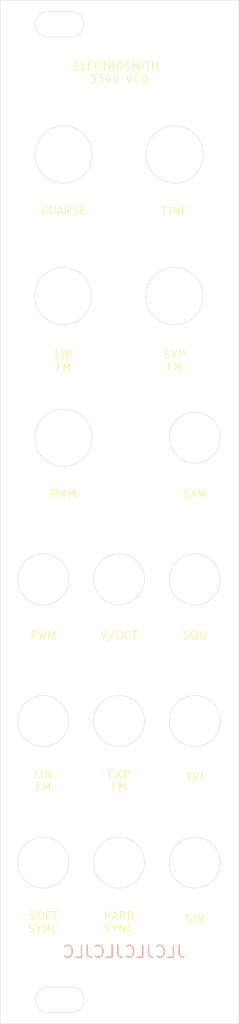
<source format=kicad_pcb>
(kicad_pcb
	(version 20240108)
	(generator "pcbnew")
	(generator_version "8.0")
	(general
		(thickness 1.6)
		(legacy_teardrops no)
	)
	(paper "A4")
	(layers
		(0 "F.Cu" signal)
		(31 "B.Cu" signal)
		(32 "B.Adhes" user "B.Adhesive")
		(33 "F.Adhes" user "F.Adhesive")
		(34 "B.Paste" user)
		(35 "F.Paste" user)
		(36 "B.SilkS" user "B.Silkscreen")
		(37 "F.SilkS" user "F.Silkscreen")
		(38 "B.Mask" user)
		(39 "F.Mask" user)
		(40 "Dwgs.User" user "User.Drawings")
		(41 "Cmts.User" user "User.Comments")
		(42 "Eco1.User" user "User.Eco1")
		(43 "Eco2.User" user "User.Eco2")
		(44 "Edge.Cuts" user)
		(45 "Margin" user)
		(46 "B.CrtYd" user "B.Courtyard")
		(47 "F.CrtYd" user "F.Courtyard")
		(48 "B.Fab" user)
		(49 "F.Fab" user)
		(50 "User.1" user)
		(51 "User.2" user)
		(52 "User.3" user)
		(53 "User.4" user)
		(54 "User.5" user)
		(55 "User.6" user)
		(56 "User.7" user)
		(57 "User.8" user)
		(58 "User.9" user)
	)
	(setup
		(pad_to_mask_clearance 0)
		(allow_soldermask_bridges_in_footprints no)
		(pcbplotparams
			(layerselection 0x00010fc_ffffffff)
			(plot_on_all_layers_selection 0x0000000_00000000)
			(disableapertmacros no)
			(usegerberextensions no)
			(usegerberattributes yes)
			(usegerberadvancedattributes yes)
			(creategerberjobfile yes)
			(dashed_line_dash_ratio 12.000000)
			(dashed_line_gap_ratio 3.000000)
			(svgprecision 4)
			(plotframeref no)
			(viasonmask no)
			(mode 1)
			(useauxorigin no)
			(hpglpennumber 1)
			(hpglpenspeed 20)
			(hpglpendiameter 15.000000)
			(pdf_front_fp_property_popups yes)
			(pdf_back_fp_property_popups yes)
			(dxfpolygonmode yes)
			(dxfimperialunits yes)
			(dxfusepcbnewfont yes)
			(psnegative no)
			(psa4output no)
			(plotreference yes)
			(plotvalue no)
			(plotfptext yes)
			(plotinvisibletext no)
			(sketchpadsonfab no)
			(subtractmaskfromsilk no)
			(outputformat 1)
			(mirror no)
			(drillshape 0)
			(scaleselection 1)
			(outputdirectory "")
		)
	)
	(net 0 "")
	(gr_circle
		(center 88.265 74.295)
		(end 91.465 74.295)
		(stroke
			(width 0.05)
			(type default)
		)
		(fill none)
		(layer "Edge.Cuts")
		(uuid "0a7fa3ff-b9bb-4c2a-a32b-9838fe5023c9")
	)
	(gr_circle
		(center 71.755 74.295)
		(end 75.355 74.295)
		(stroke
			(width 0.05)
			(type default)
		)
		(fill none)
		(layer "Edge.Cuts")
		(uuid "0fb9f530-8560-475f-a809-258109df0eb9")
	)
	(gr_arc
		(start 72.705 20.765)
		(mid 74.305 22.365)
		(end 72.705 23.965)
		(stroke
			(width 0.05)
			(type default)
		)
		(layer "Edge.Cuts")
		(uuid "15c0be00-5675-4d28-8a91-2171d563c29f")
	)
	(gr_line
		(start 69.855 143.265)
		(end 72.755 143.265)
		(stroke
			(width 0.05)
			(type default)
		)
		(layer "Edge.Cuts")
		(uuid "1dd42deb-2124-4588-939f-72003dd1980b")
	)
	(gr_circle
		(center 88.265 109.855)
		(end 91.465 109.855)
		(stroke
			(width 0.05)
			(type default)
		)
		(fill none)
		(layer "Edge.Cuts")
		(uuid "2c0eb152-1d55-4e4e-b3bd-4f9c96adf757")
	)
	(gr_circle
		(center 88.265 127.635)
		(end 91.465 127.635)
		(stroke
			(width 0.05)
			(type default)
		)
		(fill none)
		(layer "Edge.Cuts")
		(uuid "321120dd-c903-4d45-a02d-0ba681b64d00")
	)
	(gr_circle
		(center 85.725 38.735)
		(end 89.325 38.735)
		(stroke
			(width 0.05)
			(type default)
		)
		(fill none)
		(layer "Edge.Cuts")
		(uuid "3b729e07-7362-4d51-8a8a-c23ef4e199cc")
	)
	(gr_line
		(start 69.805 20.765)
		(end 72.705 20.765)
		(stroke
			(width 0.05)
			(type default)
		)
		(layer "Edge.Cuts")
		(uuid "4499a299-bf5e-4353-832a-adb4791937a3")
	)
	(gr_line
		(start 69.855 146.465)
		(end 72.755 146.465)
		(stroke
			(width 0.05)
			(type default)
		)
		(layer "Edge.Cuts")
		(uuid "469c2ea9-9940-4239-bcd5-12b6d3c3e0fa")
	)
	(gr_circle
		(center 71.755 38.735)
		(end 75.355 38.735)
		(stroke
			(width 0.05)
			(type default)
		)
		(fill none)
		(layer "Edge.Cuts")
		(uuid "5197196c-4495-4896-87d0-f90f430e8d6d")
	)
	(gr_arc
		(start 69.805 23.965)
		(mid 68.205 22.365)
		(end 69.805 20.765)
		(stroke
			(width 0.05)
			(type default)
		)
		(layer "Edge.Cuts")
		(uuid "6898c600-d8a9-4712-b76e-66f0528950cc")
	)
	(gr_circle
		(center 71.73 56.515)
		(end 75.33 56.515)
		(stroke
			(width 0.05)
			(type default)
		)
		(fill none)
		(layer "Edge.Cuts")
		(uuid "73616293-a943-49aa-890b-175cc203bb20")
	)
	(gr_circle
		(center 78.74 92.075)
		(end 81.94 92.075)
		(stroke
			(width 0.05)
			(type default)
		)
		(fill none)
		(layer "Edge.Cuts")
		(uuid "7a8fe2e3-402a-4c0f-b659-30001cb4b28d")
	)
	(gr_arc
		(start 69.855 146.465)
		(mid 68.255 144.865)
		(end 69.855 143.265)
		(stroke
			(width 0.05)
			(type default)
		)
		(layer "Edge.Cuts")
		(uuid "8e661988-ab01-4f17-a9df-2c77ad518b8a")
	)
	(gr_arc
		(start 72.755 143.265)
		(mid 74.355 144.865)
		(end 72.755 146.465)
		(stroke
			(width 0.05)
			(type default)
		)
		(layer "Edge.Cuts")
		(uuid "91f27ee9-49c7-4d62-9a14-98f9d809e62e")
	)
	(gr_line
		(start 69.805 23.965)
		(end 72.705 23.965)
		(stroke
			(width 0.05)
			(type default)
		)
		(layer "Edge.Cuts")
		(uuid "9d223cd8-ec0c-4f6d-99ca-a2dc7de9e0f6")
	)
	(gr_circle
		(center 69.215 109.855)
		(end 72.415 109.855)
		(stroke
			(width 0.05)
			(type default)
		)
		(fill none)
		(layer "Edge.Cuts")
		(uuid "9ee2e338-ff1c-466f-a864-dc434f004a5b")
	)
	(gr_circle
		(center 78.74 127.635)
		(end 81.94 127.635)
		(stroke
			(width 0.05)
			(type default)
		)
		(fill none)
		(layer "Edge.Cuts")
		(uuid "ab6799df-4b63-4659-a01a-c3334a3e2b7a")
	)
	(gr_circle
		(center 78.74 109.855)
		(end 81.94 109.855)
		(stroke
			(width 0.05)
			(type default)
		)
		(fill none)
		(layer "Edge.Cuts")
		(uuid "c1ab4e97-49f1-471b-8d53-08df4ac40563")
	)
	(gr_circle
		(center 69.215 92.075)
		(end 72.415 92.075)
		(stroke
			(width 0.05)
			(type default)
		)
		(fill none)
		(layer "Edge.Cuts")
		(uuid "c518d37f-d4a7-4204-a91e-eadd88c522b7")
	)
	(gr_rect
		(start 63.805 19.365)
		(end 93.805 147.865)
		(stroke
			(width 0.05)
			(type default)
		)
		(fill none)
		(layer "Edge.Cuts")
		(uuid "c7a87168-5faf-4480-adcf-31d23165fe6f")
	)
	(gr_circle
		(center 88.265 92.075)
		(end 91.465 92.075)
		(stroke
			(width 0.05)
			(type default)
		)
		(fill none)
		(layer "Edge.Cuts")
		(uuid "f292658e-2109-4f77-928b-fb3c91be7984")
	)
	(gr_circle
		(center 85.7 56.515)
		(end 89.3 56.515)
		(stroke
			(width 0.05)
			(type default)
		)
		(fill none)
		(layer "Edge.Cuts")
		(uuid "fab93e57-f76c-4b9f-a0da-a64d44b65c4d")
	)
	(gr_circle
		(center 69.215 127.635)
		(end 72.415 127.635)
		(stroke
			(width 0.05)
			(type default)
		)
		(fill none)
		(layer "Edge.Cuts")
		(uuid "fae85656-ec9a-4717-93da-1e60bee6ae4f")
	)
	(gr_text "JLCJLCJLCJLC"
		(at 79.375 139.7 0)
		(layer "B.SilkS")
		(uuid "323dde52-7f6b-4cd0-b459-1d4f7540de67")
		(effects
			(font
				(size 1.5 1.5)
				(thickness 0.1875)
			)
			(justify bottom mirror)
		)
	)
	(gr_text "EXP\nFM"
		(at 78.74 118.745 0)
		(layer "F.SilkS")
		(uuid "0f7c32c3-130c-4219-9463-04d227fb0cbd")
		(effects
			(font
				(size 1 1)
				(thickness 0.1)
			)
			(justify bottom)
		)
	)
	(gr_text "SIN"
		(at 88.265 135.255 0)
		(layer "F.SilkS")
		(uuid "365569f8-75b7-4075-962f-1e8c8da2467c")
		(effects
			(font
				(size 1 1)
				(thickness 0.1)
			)
			(justify bottom)
		)
	)
	(gr_text "SOFT\nSYNC"
		(at 69.215 136.525 0)
		(layer "F.SilkS")
		(uuid "4766a894-9e86-40cc-9021-342bdb2e453b")
		(effects
			(font
				(size 1 1)
				(thickness 0.1)
			)
			(justify bottom)
		)
	)
	(gr_text "LIN\nFM"
		(at 71.755 66.04 0)
		(layer "F.SilkS")
		(uuid "4c30b0cc-8344-4374-b323-e859b0a7271e")
		(effects
			(font
				(size 1 1)
				(thickness 0.1)
			)
			(justify bottom)
		)
	)
	(gr_text "PWM"
		(at 71.755 81.915 0)
		(layer "F.SilkS")
		(uuid "4d90817c-be3d-48fd-a61d-ef31d1638540")
		(effects
			(font
				(size 1 1)
				(thickness 0.1)
			)
			(justify bottom)
		)
	)
	(gr_text "TRI"
		(at 88.265 117.475 0)
		(layer "F.SilkS")
		(uuid "4e80e46d-f3d3-4677-abe6-cbf0ff65dd38")
		(effects
			(font
				(size 1 1)
				(thickness 0.1)
			)
			(justify bottom)
		)
	)
	(gr_text "FINE"
		(at 85.725 46.355 0)
		(layer "F.SilkS")
		(uuid "7361d8af-3c8b-4641-b28a-074da113bbcc")
		(effects
			(font
				(size 1 1)
				(thickness 0.1)
			)
			(justify bottom)
		)
	)
	(gr_text "SAW"
		(at 88.265 81.915 0)
		(layer "F.SilkS")
		(uuid "78bde382-a90b-44fb-acf2-0b96464cc268")
		(effects
			(font
				(size 1 1)
				(thickness 0.1)
			)
			(justify bottom)
		)
	)
	(gr_text "PWM"
		(at 69.215 99.695 0)
		(layer "F.SilkS")
		(uuid "7f36a5f0-7983-40fc-842d-8f916c73c991")
		(effects
			(font
				(size 1 1)
				(thickness 0.1)
			)
			(justify bottom)
		)
	)
	(gr_text "HARD\nSYNC"
		(at 78.74 136.525 0)
		(layer "F.SilkS")
		(uuid "8788f92e-e231-4cd9-8c34-dcb3c74d5221")
		(effects
			(font
				(size 1 1)
				(thickness 0.1)
			)
			(justify bottom)
		)
	)
	(gr_text "V/OCT"
		(at 78.74 99.695 0)
		(layer "F.SilkS")
		(uuid "a812aa91-1080-4758-9c9f-369d59e90155")
		(effects
			(font
				(size 1 1)
				(thickness 0.1)
			)
			(justify bottom)
		)
	)
	(gr_text "ELECTROSMITH \n3340 VCO"
		(at 78.74 29.845 0)
		(layer "F.SilkS")
		(uuid "c0368aa6-2f29-42df-801c-b33bddf5bd1a")
		(effects
			(font
				(size 1 1)
				(thickness 0.1)
			)
			(justify bottom)
		)
	)
	(gr_text "EXP\nFM"
		(at 85.725 66.04 0)
		(layer "F.SilkS")
		(uuid "c78b785f-a705-4323-a270-5d9f61194961")
		(effects
			(font
				(size 1 1)
				(thickness 0.1)
			)
			(justify bottom)
		)
	)
	(gr_text "LIN\nFM"
		(at 69.215 118.745 0)
		(layer "F.SilkS")
		(uuid "d4def18a-b0d2-4482-a94b-75093a111af3")
		(effects
			(font
				(size 1 1)
				(thickness 0.1)
			)
			(justify bottom)
		)
	)
	(gr_text "COARSE"
		(at 71.755 46.355 0)
		(layer "F.SilkS")
		(uuid "e5abb568-202b-4ec2-9996-5f8771e16401")
		(effects
			(font
				(size 1 1)
				(thickness 0.1)
			)
			(justify bottom)
		)
	)
	(gr_text "SQU"
		(at 88.265 99.695 0)
		(layer "F.SilkS")
		(uuid "f2077ec4-d823-4933-8988-b17d94003382")
		(effects
			(font
				(size 1 1)
				(thickness 0.1)
			)
			(justify bottom)
		)
	)
	(group ""
		(uuid "7cda7479-d7e7-4b24-91c0-87d7066b16af")
		(members "1dd42deb-2124-4588-939f-72003dd1980b" "469c2ea9-9940-4239-bcd5-12b6d3c3e0fa"
			"8e661988-ab01-4f17-a9df-2c77ad518b8a" "91f27ee9-49c7-4d62-9a14-98f9d809e62e"
		)
	)
	(group ""
		(uuid "f5a96561-1643-45ec-a465-736ad97f3444")
		(members "15c0be00-5675-4d28-8a91-2171d563c29f" "4499a299-bf5e-4353-832a-adb4791937a3"
			"6898c600-d8a9-4712-b76e-66f0528950cc" "9d223cd8-ec0c-4f6d-99ca-a2dc7de9e0f6"
		)
	)
)
</source>
